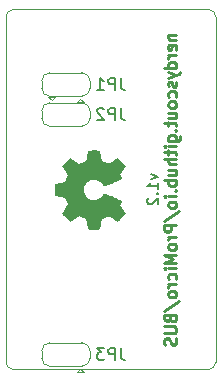
<source format=gbr>
%TF.GenerationSoftware,KiCad,Pcbnew,5.1.5+dfsg1-2~bpo10+1*%
%TF.CreationDate,Date%
%TF.ProjectId,ProMicro_BUS,50726f4d-6963-4726-9f5f-4255532e6b69,v1.2*%
%TF.SameCoordinates,Original*%
%TF.FileFunction,Legend,Bot*%
%TF.FilePolarity,Positive*%
%FSLAX45Y45*%
G04 Gerber Fmt 4.5, Leading zero omitted, Abs format (unit mm)*
G04 Created by KiCad*
%MOMM*%
%LPD*%
G04 APERTURE LIST*
%ADD10C,0.200000*%
%ADD11C,0.100000*%
%ADD12C,0.250000*%
%ADD13C,0.010000*%
%ADD14C,0.120000*%
%ADD15O,1.600000X1.600000*%
%ADD16R,1.600000X1.600000*%
%ADD17C,0.150000*%
%ADD18R,1.000000X1.500000*%
%ADD19C,2.100000*%
%ADD20R,2.100000X2.100000*%
G04 APERTURE END LIST*
D10*
X1098314Y-1268429D02*
X1158314Y-1289857D01*
X1098314Y-1311286D01*
X1158314Y-1392714D02*
X1158314Y-1341286D01*
X1158314Y-1367000D02*
X1068314Y-1367000D01*
X1081171Y-1358429D01*
X1089743Y-1349857D01*
X1094029Y-1341286D01*
X1149743Y-1431286D02*
X1154029Y-1435571D01*
X1158314Y-1431286D01*
X1154029Y-1427000D01*
X1149743Y-1431286D01*
X1158314Y-1431286D01*
X1076886Y-1469857D02*
X1072600Y-1474143D01*
X1068314Y-1482714D01*
X1068314Y-1504143D01*
X1072600Y-1512714D01*
X1076886Y-1517000D01*
X1085457Y-1521286D01*
X1094029Y-1521286D01*
X1106886Y-1517000D01*
X1158314Y-1465571D01*
X1158314Y-1521286D01*
D11*
X1651000Y63500D02*
X1651000Y-2857500D01*
X-127000Y-2857500D02*
X-127000Y63500D01*
D12*
X1248571Y-85095D02*
X1315238Y-85095D01*
X1258095Y-85095D02*
X1253333Y-89857D01*
X1248571Y-99381D01*
X1248571Y-113667D01*
X1253333Y-123190D01*
X1262857Y-127952D01*
X1315238Y-127952D01*
X1310476Y-213667D02*
X1315238Y-204143D01*
X1315238Y-185095D01*
X1310476Y-175571D01*
X1300952Y-170810D01*
X1262857Y-170810D01*
X1253333Y-175571D01*
X1248571Y-185095D01*
X1248571Y-204143D01*
X1253333Y-213667D01*
X1262857Y-218428D01*
X1272381Y-218428D01*
X1281905Y-170810D01*
X1315238Y-261286D02*
X1248571Y-261286D01*
X1267619Y-261286D02*
X1258095Y-266048D01*
X1253333Y-270810D01*
X1248571Y-280333D01*
X1248571Y-289857D01*
X1315238Y-366048D02*
X1215238Y-366048D01*
X1310476Y-366048D02*
X1315238Y-356524D01*
X1315238Y-337476D01*
X1310476Y-327952D01*
X1305714Y-323190D01*
X1296190Y-318429D01*
X1267619Y-318429D01*
X1258095Y-323190D01*
X1253333Y-327952D01*
X1248571Y-337476D01*
X1248571Y-356524D01*
X1253333Y-366048D01*
X1248571Y-404143D02*
X1315238Y-427952D01*
X1248571Y-451762D02*
X1315238Y-427952D01*
X1339048Y-418428D01*
X1343810Y-413667D01*
X1348571Y-404143D01*
X1310476Y-485095D02*
X1315238Y-494619D01*
X1315238Y-513667D01*
X1310476Y-523190D01*
X1300952Y-527952D01*
X1296190Y-527952D01*
X1286667Y-523190D01*
X1281905Y-513667D01*
X1281905Y-499381D01*
X1277143Y-489857D01*
X1267619Y-485095D01*
X1262857Y-485095D01*
X1253333Y-489857D01*
X1248571Y-499381D01*
X1248571Y-513667D01*
X1253333Y-523190D01*
X1310476Y-613667D02*
X1315238Y-604143D01*
X1315238Y-585095D01*
X1310476Y-575571D01*
X1305714Y-570810D01*
X1296190Y-566048D01*
X1267619Y-566048D01*
X1258095Y-570810D01*
X1253333Y-575571D01*
X1248571Y-585095D01*
X1248571Y-604143D01*
X1253333Y-613667D01*
X1315238Y-670810D02*
X1310476Y-661286D01*
X1305714Y-656524D01*
X1296190Y-651762D01*
X1267619Y-651762D01*
X1258095Y-656524D01*
X1253333Y-661286D01*
X1248571Y-670810D01*
X1248571Y-685095D01*
X1253333Y-694619D01*
X1258095Y-699381D01*
X1267619Y-704143D01*
X1296190Y-704143D01*
X1305714Y-699381D01*
X1310476Y-694619D01*
X1315238Y-685095D01*
X1315238Y-670810D01*
X1248571Y-789857D02*
X1315238Y-789857D01*
X1248571Y-747000D02*
X1300952Y-747000D01*
X1310476Y-751762D01*
X1315238Y-761286D01*
X1315238Y-775571D01*
X1310476Y-785095D01*
X1305714Y-789857D01*
X1248571Y-823190D02*
X1248571Y-861286D01*
X1215238Y-837476D02*
X1300952Y-837476D01*
X1310476Y-842238D01*
X1315238Y-851762D01*
X1315238Y-861286D01*
X1305714Y-894619D02*
X1310476Y-899381D01*
X1315238Y-894619D01*
X1310476Y-889857D01*
X1305714Y-894619D01*
X1315238Y-894619D01*
X1248571Y-985095D02*
X1329524Y-985095D01*
X1339048Y-980333D01*
X1343810Y-975571D01*
X1348571Y-966048D01*
X1348571Y-951762D01*
X1343810Y-942238D01*
X1310476Y-985095D02*
X1315238Y-975571D01*
X1315238Y-956524D01*
X1310476Y-947000D01*
X1305714Y-942238D01*
X1296190Y-937476D01*
X1267619Y-937476D01*
X1258095Y-942238D01*
X1253333Y-947000D01*
X1248571Y-956524D01*
X1248571Y-975571D01*
X1253333Y-985095D01*
X1315238Y-1032714D02*
X1248571Y-1032714D01*
X1215238Y-1032714D02*
X1220000Y-1027952D01*
X1224762Y-1032714D01*
X1220000Y-1037476D01*
X1215238Y-1032714D01*
X1224762Y-1032714D01*
X1248571Y-1066048D02*
X1248571Y-1104143D01*
X1215238Y-1080333D02*
X1300952Y-1080333D01*
X1310476Y-1085095D01*
X1315238Y-1094619D01*
X1315238Y-1104143D01*
X1315238Y-1137476D02*
X1215238Y-1137476D01*
X1315238Y-1180333D02*
X1262857Y-1180333D01*
X1253333Y-1175571D01*
X1248571Y-1166048D01*
X1248571Y-1151762D01*
X1253333Y-1142238D01*
X1258095Y-1137476D01*
X1248571Y-1270810D02*
X1315238Y-1270810D01*
X1248571Y-1227952D02*
X1300952Y-1227952D01*
X1310476Y-1232714D01*
X1315238Y-1242238D01*
X1315238Y-1256524D01*
X1310476Y-1266048D01*
X1305714Y-1270810D01*
X1315238Y-1318429D02*
X1215238Y-1318429D01*
X1253333Y-1318429D02*
X1248571Y-1327952D01*
X1248571Y-1347000D01*
X1253333Y-1356524D01*
X1258095Y-1361286D01*
X1267619Y-1366048D01*
X1296190Y-1366048D01*
X1305714Y-1361286D01*
X1310476Y-1356524D01*
X1315238Y-1347000D01*
X1315238Y-1327952D01*
X1310476Y-1318429D01*
X1305714Y-1408905D02*
X1310476Y-1413667D01*
X1315238Y-1408905D01*
X1310476Y-1404143D01*
X1305714Y-1408905D01*
X1315238Y-1408905D01*
X1315238Y-1456524D02*
X1248571Y-1456524D01*
X1215238Y-1456524D02*
X1220000Y-1451762D01*
X1224762Y-1456524D01*
X1220000Y-1461286D01*
X1215238Y-1456524D01*
X1224762Y-1456524D01*
X1315238Y-1518428D02*
X1310476Y-1508905D01*
X1305714Y-1504143D01*
X1296190Y-1499381D01*
X1267619Y-1499381D01*
X1258095Y-1504143D01*
X1253333Y-1508905D01*
X1248571Y-1518428D01*
X1248571Y-1532714D01*
X1253333Y-1542238D01*
X1258095Y-1547000D01*
X1267619Y-1551762D01*
X1296190Y-1551762D01*
X1305714Y-1547000D01*
X1310476Y-1542238D01*
X1315238Y-1532714D01*
X1315238Y-1518428D01*
X1210476Y-1666048D02*
X1339048Y-1580333D01*
X1315238Y-1699381D02*
X1215238Y-1699381D01*
X1215238Y-1737476D01*
X1220000Y-1747000D01*
X1224762Y-1751762D01*
X1234286Y-1756524D01*
X1248571Y-1756524D01*
X1258095Y-1751762D01*
X1262857Y-1747000D01*
X1267619Y-1737476D01*
X1267619Y-1699381D01*
X1315238Y-1799381D02*
X1248571Y-1799381D01*
X1267619Y-1799381D02*
X1258095Y-1804143D01*
X1253333Y-1808905D01*
X1248571Y-1818428D01*
X1248571Y-1827952D01*
X1315238Y-1875571D02*
X1310476Y-1866048D01*
X1305714Y-1861286D01*
X1296190Y-1856524D01*
X1267619Y-1856524D01*
X1258095Y-1861286D01*
X1253333Y-1866048D01*
X1248571Y-1875571D01*
X1248571Y-1889857D01*
X1253333Y-1899381D01*
X1258095Y-1904143D01*
X1267619Y-1908905D01*
X1296190Y-1908905D01*
X1305714Y-1904143D01*
X1310476Y-1899381D01*
X1315238Y-1889857D01*
X1315238Y-1875571D01*
X1315238Y-1951762D02*
X1215238Y-1951762D01*
X1286667Y-1985095D01*
X1215238Y-2018428D01*
X1315238Y-2018428D01*
X1315238Y-2066048D02*
X1248571Y-2066048D01*
X1215238Y-2066048D02*
X1220000Y-2061286D01*
X1224762Y-2066048D01*
X1220000Y-2070809D01*
X1215238Y-2066048D01*
X1224762Y-2066048D01*
X1310476Y-2156524D02*
X1315238Y-2147000D01*
X1315238Y-2127952D01*
X1310476Y-2118429D01*
X1305714Y-2113667D01*
X1296190Y-2108905D01*
X1267619Y-2108905D01*
X1258095Y-2113667D01*
X1253333Y-2118429D01*
X1248571Y-2127952D01*
X1248571Y-2147000D01*
X1253333Y-2156524D01*
X1315238Y-2199381D02*
X1248571Y-2199381D01*
X1267619Y-2199381D02*
X1258095Y-2204143D01*
X1253333Y-2208905D01*
X1248571Y-2218429D01*
X1248571Y-2227952D01*
X1315238Y-2275571D02*
X1310476Y-2266048D01*
X1305714Y-2261286D01*
X1296190Y-2256524D01*
X1267619Y-2256524D01*
X1258095Y-2261286D01*
X1253333Y-2266048D01*
X1248571Y-2275571D01*
X1248571Y-2289857D01*
X1253333Y-2299381D01*
X1258095Y-2304143D01*
X1267619Y-2308905D01*
X1296190Y-2308905D01*
X1305714Y-2304143D01*
X1310476Y-2299381D01*
X1315238Y-2289857D01*
X1315238Y-2275571D01*
X1210476Y-2423190D02*
X1339048Y-2337476D01*
X1262857Y-2489857D02*
X1267619Y-2504143D01*
X1272381Y-2508905D01*
X1281905Y-2513667D01*
X1296190Y-2513667D01*
X1305714Y-2508905D01*
X1310476Y-2504143D01*
X1315238Y-2494619D01*
X1315238Y-2456524D01*
X1215238Y-2456524D01*
X1215238Y-2489857D01*
X1220000Y-2499381D01*
X1224762Y-2504143D01*
X1234286Y-2508905D01*
X1243810Y-2508905D01*
X1253333Y-2504143D01*
X1258095Y-2499381D01*
X1262857Y-2489857D01*
X1262857Y-2456524D01*
X1215238Y-2556524D02*
X1296190Y-2556524D01*
X1305714Y-2561286D01*
X1310476Y-2566048D01*
X1315238Y-2575571D01*
X1315238Y-2594619D01*
X1310476Y-2604143D01*
X1305714Y-2608905D01*
X1296190Y-2613667D01*
X1215238Y-2613667D01*
X1310476Y-2656524D02*
X1315238Y-2670810D01*
X1315238Y-2694619D01*
X1310476Y-2704143D01*
X1305714Y-2708905D01*
X1296190Y-2713667D01*
X1286667Y-2713667D01*
X1277143Y-2708905D01*
X1272381Y-2704143D01*
X1267619Y-2694619D01*
X1262857Y-2675571D01*
X1258095Y-2666048D01*
X1253333Y-2661286D01*
X1243810Y-2656524D01*
X1234286Y-2656524D01*
X1224762Y-2661286D01*
X1220000Y-2666048D01*
X1215238Y-2675571D01*
X1215238Y-2699381D01*
X1220000Y-2713667D01*
D11*
X-63500Y-2921000D02*
G75*
G02X-127000Y-2857500I0J63500D01*
G01*
X1651000Y-2857500D02*
G75*
G02X1587500Y-2921000I-63500J0D01*
G01*
X1587500Y127000D02*
G75*
G02X1651000Y63500I0J-63500D01*
G01*
X-127000Y63500D02*
G75*
G02X-63500Y127000I63500J0D01*
G01*
X1587500Y-2921000D02*
X-63500Y-2921000D01*
X-63500Y127000D02*
X1587500Y127000D01*
D13*
G36*
X331093Y-1452581D02*
G01*
X375555Y-1460963D01*
X388305Y-1491892D01*
X401055Y-1522821D01*
X375825Y-1559925D01*
X368800Y-1570316D01*
X362527Y-1579709D01*
X357294Y-1587665D01*
X353386Y-1593747D01*
X351089Y-1597516D01*
X350594Y-1598542D01*
X351868Y-1600391D01*
X355388Y-1604342D01*
X360706Y-1609952D01*
X367372Y-1616779D01*
X374935Y-1624379D01*
X382947Y-1632309D01*
X390957Y-1640127D01*
X398516Y-1647391D01*
X405174Y-1653656D01*
X410482Y-1658480D01*
X413989Y-1661421D01*
X415162Y-1662124D01*
X417326Y-1661112D01*
X422066Y-1658276D01*
X428919Y-1653913D01*
X437421Y-1648322D01*
X447109Y-1641801D01*
X452635Y-1638022D01*
X462725Y-1631134D01*
X471830Y-1625014D01*
X479497Y-1619958D01*
X485273Y-1616263D01*
X488704Y-1614226D01*
X489425Y-1613920D01*
X491475Y-1614614D01*
X496251Y-1616505D01*
X503083Y-1619309D01*
X511299Y-1622739D01*
X520227Y-1626511D01*
X529196Y-1630339D01*
X537534Y-1633937D01*
X544569Y-1637021D01*
X549631Y-1639304D01*
X552047Y-1640502D01*
X552142Y-1640572D01*
X552604Y-1642453D01*
X553633Y-1647462D01*
X555129Y-1655079D01*
X556990Y-1664786D01*
X559116Y-1676064D01*
X560342Y-1682644D01*
X562636Y-1694695D01*
X564820Y-1705580D01*
X566772Y-1714748D01*
X568375Y-1721648D01*
X569508Y-1725730D01*
X569867Y-1726551D01*
X572301Y-1727355D01*
X577796Y-1728003D01*
X585711Y-1728497D01*
X595403Y-1728836D01*
X606229Y-1729022D01*
X617547Y-1729054D01*
X628714Y-1728933D01*
X639087Y-1728659D01*
X648024Y-1728233D01*
X654883Y-1727655D01*
X659020Y-1726927D01*
X659881Y-1726489D01*
X660913Y-1723876D01*
X662389Y-1718339D01*
X664135Y-1710611D01*
X665978Y-1701423D01*
X666574Y-1698216D01*
X669407Y-1682752D01*
X671688Y-1670537D01*
X673508Y-1661167D01*
X674958Y-1654238D01*
X676129Y-1649347D01*
X677112Y-1646090D01*
X677996Y-1644063D01*
X678872Y-1642863D01*
X679046Y-1642695D01*
X681837Y-1641018D01*
X687270Y-1638461D01*
X694678Y-1635279D01*
X703396Y-1631726D01*
X712761Y-1628058D01*
X722105Y-1624531D01*
X730765Y-1621400D01*
X738074Y-1618919D01*
X743368Y-1617345D01*
X745981Y-1616933D01*
X746073Y-1616968D01*
X748209Y-1618364D01*
X752908Y-1621532D01*
X759683Y-1626139D01*
X768042Y-1631852D01*
X777498Y-1638337D01*
X780185Y-1640184D01*
X789927Y-1646770D01*
X798816Y-1652565D01*
X806341Y-1657254D01*
X811992Y-1660521D01*
X815258Y-1662050D01*
X815659Y-1662124D01*
X817768Y-1660839D01*
X821946Y-1657289D01*
X827744Y-1651929D01*
X834713Y-1645217D01*
X842404Y-1637609D01*
X850368Y-1629560D01*
X858156Y-1621529D01*
X865319Y-1613970D01*
X871407Y-1607340D01*
X875972Y-1602097D01*
X878565Y-1598695D01*
X878988Y-1597754D01*
X877991Y-1595564D01*
X875302Y-1591080D01*
X871374Y-1585032D01*
X868212Y-1580379D01*
X862410Y-1571947D01*
X855578Y-1561963D01*
X848758Y-1551947D01*
X845107Y-1546563D01*
X832780Y-1528337D01*
X841052Y-1513038D01*
X844676Y-1506068D01*
X847493Y-1500141D01*
X849099Y-1496131D01*
X849323Y-1495110D01*
X847672Y-1493883D01*
X843008Y-1491461D01*
X835761Y-1488026D01*
X826361Y-1483759D01*
X815237Y-1478839D01*
X802821Y-1473449D01*
X789543Y-1467768D01*
X775833Y-1461978D01*
X762120Y-1456259D01*
X748836Y-1450792D01*
X736410Y-1445758D01*
X725272Y-1441338D01*
X715854Y-1437712D01*
X708584Y-1435061D01*
X703894Y-1433566D01*
X702283Y-1433325D01*
X700229Y-1435231D01*
X696893Y-1439404D01*
X692970Y-1444971D01*
X692660Y-1445438D01*
X681142Y-1459826D01*
X667705Y-1471428D01*
X652778Y-1480143D01*
X636791Y-1485870D01*
X620174Y-1488509D01*
X603355Y-1487958D01*
X586766Y-1484119D01*
X570834Y-1476889D01*
X567349Y-1474763D01*
X553274Y-1463700D01*
X541971Y-1450630D01*
X533500Y-1436006D01*
X527919Y-1420281D01*
X525287Y-1403906D01*
X525663Y-1387333D01*
X529105Y-1371016D01*
X535672Y-1355407D01*
X545424Y-1340957D01*
X549381Y-1336487D01*
X561770Y-1325111D01*
X574812Y-1316822D01*
X589432Y-1311136D01*
X603909Y-1307969D01*
X620186Y-1307187D01*
X636544Y-1309794D01*
X652430Y-1315525D01*
X667291Y-1324114D01*
X680574Y-1335299D01*
X691726Y-1348812D01*
X692901Y-1350588D01*
X696751Y-1356215D01*
X700086Y-1360492D01*
X702216Y-1362537D01*
X702283Y-1362567D01*
X704587Y-1362128D01*
X709816Y-1360388D01*
X717539Y-1357527D01*
X727327Y-1353727D01*
X738749Y-1349167D01*
X751376Y-1344030D01*
X764777Y-1338496D01*
X778522Y-1332746D01*
X792181Y-1326960D01*
X805324Y-1321320D01*
X817520Y-1316006D01*
X828341Y-1311199D01*
X837355Y-1307080D01*
X844132Y-1303830D01*
X848243Y-1301630D01*
X849323Y-1300744D01*
X848482Y-1298036D01*
X846227Y-1292970D01*
X842961Y-1286418D01*
X841052Y-1282816D01*
X832780Y-1267517D01*
X845107Y-1249291D01*
X851423Y-1239988D01*
X858373Y-1229802D01*
X864916Y-1220256D01*
X868212Y-1215475D01*
X872727Y-1208751D01*
X876306Y-1203056D01*
X878494Y-1199135D01*
X878956Y-1197862D01*
X877708Y-1196008D01*
X874225Y-1191906D01*
X868868Y-1185953D01*
X861998Y-1178546D01*
X853978Y-1170084D01*
X848829Y-1164732D01*
X839629Y-1155368D01*
X831400Y-1147276D01*
X824494Y-1140782D01*
X819264Y-1136214D01*
X816062Y-1133899D01*
X815412Y-1133677D01*
X812939Y-1134708D01*
X807940Y-1137556D01*
X800921Y-1141906D01*
X792387Y-1147442D01*
X782846Y-1153848D01*
X780185Y-1155670D01*
X770517Y-1162307D01*
X761812Y-1168262D01*
X754559Y-1173202D01*
X749249Y-1176793D01*
X746370Y-1178702D01*
X746073Y-1178886D01*
X743778Y-1178611D01*
X738734Y-1177146D01*
X731604Y-1174749D01*
X723055Y-1171673D01*
X713751Y-1168176D01*
X704357Y-1164511D01*
X695540Y-1160934D01*
X687963Y-1157701D01*
X682293Y-1155066D01*
X679194Y-1153286D01*
X679046Y-1153159D01*
X678160Y-1152071D01*
X677284Y-1150232D01*
X676328Y-1147239D01*
X675200Y-1142690D01*
X673809Y-1136179D01*
X672066Y-1127304D01*
X669880Y-1115661D01*
X667159Y-1100846D01*
X666574Y-1097638D01*
X664737Y-1088131D01*
X662941Y-1079844D01*
X661357Y-1073507D01*
X660160Y-1069854D01*
X659881Y-1069364D01*
X657407Y-1068557D01*
X651879Y-1067901D01*
X643939Y-1067397D01*
X634230Y-1067044D01*
X623394Y-1066844D01*
X612074Y-1066796D01*
X600913Y-1066902D01*
X590553Y-1067162D01*
X581637Y-1067575D01*
X574807Y-1068144D01*
X570707Y-1068867D01*
X569867Y-1069303D01*
X569021Y-1071730D01*
X567644Y-1077257D01*
X565855Y-1085334D01*
X563775Y-1095409D01*
X561522Y-1106932D01*
X560342Y-1113210D01*
X558115Y-1125121D01*
X556098Y-1135744D01*
X554392Y-1144557D01*
X553097Y-1151043D01*
X552316Y-1154683D01*
X552142Y-1155282D01*
X550189Y-1156294D01*
X545484Y-1158434D01*
X538700Y-1161416D01*
X530509Y-1164956D01*
X521583Y-1168767D01*
X512593Y-1172565D01*
X504213Y-1176064D01*
X497115Y-1178979D01*
X491969Y-1181026D01*
X489450Y-1181918D01*
X489340Y-1181934D01*
X487352Y-1180923D01*
X482778Y-1178088D01*
X476072Y-1173728D01*
X467688Y-1168139D01*
X458083Y-1161621D01*
X452565Y-1157832D01*
X442448Y-1150928D01*
X433263Y-1144795D01*
X425474Y-1139734D01*
X419547Y-1136043D01*
X415945Y-1134022D01*
X415138Y-1133730D01*
X413258Y-1134985D01*
X409246Y-1138454D01*
X403549Y-1143694D01*
X396618Y-1150262D01*
X388903Y-1157714D01*
X380852Y-1165609D01*
X372916Y-1173502D01*
X365544Y-1180950D01*
X359185Y-1187511D01*
X354289Y-1192740D01*
X351306Y-1196196D01*
X350594Y-1197352D01*
X351595Y-1199235D01*
X354408Y-1203737D01*
X358745Y-1210421D01*
X364322Y-1218850D01*
X370851Y-1228586D01*
X375825Y-1235929D01*
X401055Y-1273033D01*
X375555Y-1334891D01*
X331093Y-1343273D01*
X286631Y-1351655D01*
X286631Y-1444199D01*
X331093Y-1452581D01*
G37*
X331093Y-1452581D02*
X375555Y-1460963D01*
X388305Y-1491892D01*
X401055Y-1522821D01*
X375825Y-1559925D01*
X368800Y-1570316D01*
X362527Y-1579709D01*
X357294Y-1587665D01*
X353386Y-1593747D01*
X351089Y-1597516D01*
X350594Y-1598542D01*
X351868Y-1600391D01*
X355388Y-1604342D01*
X360706Y-1609952D01*
X367372Y-1616779D01*
X374935Y-1624379D01*
X382947Y-1632309D01*
X390957Y-1640127D01*
X398516Y-1647391D01*
X405174Y-1653656D01*
X410482Y-1658480D01*
X413989Y-1661421D01*
X415162Y-1662124D01*
X417326Y-1661112D01*
X422066Y-1658276D01*
X428919Y-1653913D01*
X437421Y-1648322D01*
X447109Y-1641801D01*
X452635Y-1638022D01*
X462725Y-1631134D01*
X471830Y-1625014D01*
X479497Y-1619958D01*
X485273Y-1616263D01*
X488704Y-1614226D01*
X489425Y-1613920D01*
X491475Y-1614614D01*
X496251Y-1616505D01*
X503083Y-1619309D01*
X511299Y-1622739D01*
X520227Y-1626511D01*
X529196Y-1630339D01*
X537534Y-1633937D01*
X544569Y-1637021D01*
X549631Y-1639304D01*
X552047Y-1640502D01*
X552142Y-1640572D01*
X552604Y-1642453D01*
X553633Y-1647462D01*
X555129Y-1655079D01*
X556990Y-1664786D01*
X559116Y-1676064D01*
X560342Y-1682644D01*
X562636Y-1694695D01*
X564820Y-1705580D01*
X566772Y-1714748D01*
X568375Y-1721648D01*
X569508Y-1725730D01*
X569867Y-1726551D01*
X572301Y-1727355D01*
X577796Y-1728003D01*
X585711Y-1728497D01*
X595403Y-1728836D01*
X606229Y-1729022D01*
X617547Y-1729054D01*
X628714Y-1728933D01*
X639087Y-1728659D01*
X648024Y-1728233D01*
X654883Y-1727655D01*
X659020Y-1726927D01*
X659881Y-1726489D01*
X660913Y-1723876D01*
X662389Y-1718339D01*
X664135Y-1710611D01*
X665978Y-1701423D01*
X666574Y-1698216D01*
X669407Y-1682752D01*
X671688Y-1670537D01*
X673508Y-1661167D01*
X674958Y-1654238D01*
X676129Y-1649347D01*
X677112Y-1646090D01*
X677996Y-1644063D01*
X678872Y-1642863D01*
X679046Y-1642695D01*
X681837Y-1641018D01*
X687270Y-1638461D01*
X694678Y-1635279D01*
X703396Y-1631726D01*
X712761Y-1628058D01*
X722105Y-1624531D01*
X730765Y-1621400D01*
X738074Y-1618919D01*
X743368Y-1617345D01*
X745981Y-1616933D01*
X746073Y-1616968D01*
X748209Y-1618364D01*
X752908Y-1621532D01*
X759683Y-1626139D01*
X768042Y-1631852D01*
X777498Y-1638337D01*
X780185Y-1640184D01*
X789927Y-1646770D01*
X798816Y-1652565D01*
X806341Y-1657254D01*
X811992Y-1660521D01*
X815258Y-1662050D01*
X815659Y-1662124D01*
X817768Y-1660839D01*
X821946Y-1657289D01*
X827744Y-1651929D01*
X834713Y-1645217D01*
X842404Y-1637609D01*
X850368Y-1629560D01*
X858156Y-1621529D01*
X865319Y-1613970D01*
X871407Y-1607340D01*
X875972Y-1602097D01*
X878565Y-1598695D01*
X878988Y-1597754D01*
X877991Y-1595564D01*
X875302Y-1591080D01*
X871374Y-1585032D01*
X868212Y-1580379D01*
X862410Y-1571947D01*
X855578Y-1561963D01*
X848758Y-1551947D01*
X845107Y-1546563D01*
X832780Y-1528337D01*
X841052Y-1513038D01*
X844676Y-1506068D01*
X847493Y-1500141D01*
X849099Y-1496131D01*
X849323Y-1495110D01*
X847672Y-1493883D01*
X843008Y-1491461D01*
X835761Y-1488026D01*
X826361Y-1483759D01*
X815237Y-1478839D01*
X802821Y-1473449D01*
X789543Y-1467768D01*
X775833Y-1461978D01*
X762120Y-1456259D01*
X748836Y-1450792D01*
X736410Y-1445758D01*
X725272Y-1441338D01*
X715854Y-1437712D01*
X708584Y-1435061D01*
X703894Y-1433566D01*
X702283Y-1433325D01*
X700229Y-1435231D01*
X696893Y-1439404D01*
X692970Y-1444971D01*
X692660Y-1445438D01*
X681142Y-1459826D01*
X667705Y-1471428D01*
X652778Y-1480143D01*
X636791Y-1485870D01*
X620174Y-1488509D01*
X603355Y-1487958D01*
X586766Y-1484119D01*
X570834Y-1476889D01*
X567349Y-1474763D01*
X553274Y-1463700D01*
X541971Y-1450630D01*
X533500Y-1436006D01*
X527919Y-1420281D01*
X525287Y-1403906D01*
X525663Y-1387333D01*
X529105Y-1371016D01*
X535672Y-1355407D01*
X545424Y-1340957D01*
X549381Y-1336487D01*
X561770Y-1325111D01*
X574812Y-1316822D01*
X589432Y-1311136D01*
X603909Y-1307969D01*
X620186Y-1307187D01*
X636544Y-1309794D01*
X652430Y-1315525D01*
X667291Y-1324114D01*
X680574Y-1335299D01*
X691726Y-1348812D01*
X692901Y-1350588D01*
X696751Y-1356215D01*
X700086Y-1360492D01*
X702216Y-1362537D01*
X702283Y-1362567D01*
X704587Y-1362128D01*
X709816Y-1360388D01*
X717539Y-1357527D01*
X727327Y-1353727D01*
X738749Y-1349167D01*
X751376Y-1344030D01*
X764777Y-1338496D01*
X778522Y-1332746D01*
X792181Y-1326960D01*
X805324Y-1321320D01*
X817520Y-1316006D01*
X828341Y-1311199D01*
X837355Y-1307080D01*
X844132Y-1303830D01*
X848243Y-1301630D01*
X849323Y-1300744D01*
X848482Y-1298036D01*
X846227Y-1292970D01*
X842961Y-1286418D01*
X841052Y-1282816D01*
X832780Y-1267517D01*
X845107Y-1249291D01*
X851423Y-1239988D01*
X858373Y-1229802D01*
X864916Y-1220256D01*
X868212Y-1215475D01*
X872727Y-1208751D01*
X876306Y-1203056D01*
X878494Y-1199135D01*
X878956Y-1197862D01*
X877708Y-1196008D01*
X874225Y-1191906D01*
X868868Y-1185953D01*
X861998Y-1178546D01*
X853978Y-1170084D01*
X848829Y-1164732D01*
X839629Y-1155368D01*
X831400Y-1147276D01*
X824494Y-1140782D01*
X819264Y-1136214D01*
X816062Y-1133899D01*
X815412Y-1133677D01*
X812939Y-1134708D01*
X807940Y-1137556D01*
X800921Y-1141906D01*
X792387Y-1147442D01*
X782846Y-1153848D01*
X780185Y-1155670D01*
X770517Y-1162307D01*
X761812Y-1168262D01*
X754559Y-1173202D01*
X749249Y-1176793D01*
X746370Y-1178702D01*
X746073Y-1178886D01*
X743778Y-1178611D01*
X738734Y-1177146D01*
X731604Y-1174749D01*
X723055Y-1171673D01*
X713751Y-1168176D01*
X704357Y-1164511D01*
X695540Y-1160934D01*
X687963Y-1157701D01*
X682293Y-1155066D01*
X679194Y-1153286D01*
X679046Y-1153159D01*
X678160Y-1152071D01*
X677284Y-1150232D01*
X676328Y-1147239D01*
X675200Y-1142690D01*
X673809Y-1136179D01*
X672066Y-1127304D01*
X669880Y-1115661D01*
X667159Y-1100846D01*
X666574Y-1097638D01*
X664737Y-1088131D01*
X662941Y-1079844D01*
X661357Y-1073507D01*
X660160Y-1069854D01*
X659881Y-1069364D01*
X657407Y-1068557D01*
X651879Y-1067901D01*
X643939Y-1067397D01*
X634230Y-1067044D01*
X623394Y-1066844D01*
X612074Y-1066796D01*
X600913Y-1066902D01*
X590553Y-1067162D01*
X581637Y-1067575D01*
X574807Y-1068144D01*
X570707Y-1068867D01*
X569867Y-1069303D01*
X569021Y-1071730D01*
X567644Y-1077257D01*
X565855Y-1085334D01*
X563775Y-1095409D01*
X561522Y-1106932D01*
X560342Y-1113210D01*
X558115Y-1125121D01*
X556098Y-1135744D01*
X554392Y-1144557D01*
X553097Y-1151043D01*
X552316Y-1154683D01*
X552142Y-1155282D01*
X550189Y-1156294D01*
X545484Y-1158434D01*
X538700Y-1161416D01*
X530509Y-1164956D01*
X521583Y-1168767D01*
X512593Y-1172565D01*
X504213Y-1176064D01*
X497115Y-1178979D01*
X491969Y-1181026D01*
X489450Y-1181918D01*
X489340Y-1181934D01*
X487352Y-1180923D01*
X482778Y-1178088D01*
X476072Y-1173728D01*
X467688Y-1168139D01*
X458083Y-1161621D01*
X452565Y-1157832D01*
X442448Y-1150928D01*
X433263Y-1144795D01*
X425474Y-1139734D01*
X419547Y-1136043D01*
X415945Y-1134022D01*
X415138Y-1133730D01*
X413258Y-1134985D01*
X409246Y-1138454D01*
X403549Y-1143694D01*
X396618Y-1150262D01*
X388903Y-1157714D01*
X380852Y-1165609D01*
X372916Y-1173502D01*
X365544Y-1180950D01*
X359185Y-1187511D01*
X354289Y-1192740D01*
X351306Y-1196196D01*
X350594Y-1197352D01*
X351595Y-1199235D01*
X354408Y-1203737D01*
X358745Y-1210421D01*
X364322Y-1218850D01*
X370851Y-1228586D01*
X375825Y-1235929D01*
X401055Y-1273033D01*
X375555Y-1334891D01*
X331093Y-1343273D01*
X286631Y-1351655D01*
X286631Y-1444199D01*
X331093Y-1452581D01*
D14*
X586000Y-2764000D02*
G75*
G03X516000Y-2694000I-70000J0D01*
G01*
X516000Y-2894000D02*
G75*
G03X586000Y-2824000I0J70000D01*
G01*
X176000Y-2824000D02*
G75*
G03X246000Y-2894000I70000J0D01*
G01*
X246000Y-2694000D02*
G75*
G03X176000Y-2764000I0J-70000D01*
G01*
X521000Y-2694000D02*
X241000Y-2694000D01*
X176000Y-2764000D02*
X176000Y-2824000D01*
X241000Y-2894000D02*
X521000Y-2894000D01*
X586000Y-2824000D02*
X586000Y-2764000D01*
X501000Y-2914000D02*
X531000Y-2944000D01*
X531000Y-2944000D02*
X471000Y-2944000D01*
X501000Y-2914000D02*
X471000Y-2944000D01*
X176000Y-792000D02*
G75*
G03X246000Y-862000I70000J0D01*
G01*
X246000Y-662000D02*
G75*
G03X176000Y-732000I0J-70000D01*
G01*
X586000Y-732000D02*
G75*
G03X516000Y-662000I-70000J0D01*
G01*
X516000Y-862000D02*
G75*
G03X586000Y-792000I0J70000D01*
G01*
X241000Y-862000D02*
X521000Y-862000D01*
X586000Y-792000D02*
X586000Y-732000D01*
X521000Y-662000D02*
X241000Y-662000D01*
X176000Y-732000D02*
X176000Y-792000D01*
X261000Y-642000D02*
X231000Y-612000D01*
X231000Y-612000D02*
X291000Y-612000D01*
X261000Y-642000D02*
X291000Y-612000D01*
X586000Y-478000D02*
G75*
G03X516000Y-408000I-70000J0D01*
G01*
X516000Y-608000D02*
G75*
G03X586000Y-538000I0J70000D01*
G01*
X176000Y-538000D02*
G75*
G03X246000Y-608000I70000J0D01*
G01*
X246000Y-408000D02*
G75*
G03X176000Y-478000I0J-70000D01*
G01*
X521000Y-408000D02*
X241000Y-408000D01*
X176000Y-478000D02*
X176000Y-538000D01*
X241000Y-608000D02*
X521000Y-608000D01*
X586000Y-538000D02*
X586000Y-478000D01*
X501000Y-628000D02*
X531000Y-658000D01*
X531000Y-658000D02*
X471000Y-658000D01*
X501000Y-628000D02*
X471000Y-658000D01*
D10*
X845333Y-2739238D02*
X845333Y-2810667D01*
X850095Y-2824952D01*
X859619Y-2834476D01*
X873905Y-2839238D01*
X883428Y-2839238D01*
X797714Y-2839238D02*
X797714Y-2739238D01*
X759619Y-2739238D01*
X750095Y-2744000D01*
X745333Y-2748762D01*
X740571Y-2758286D01*
X740571Y-2772571D01*
X745333Y-2782095D01*
X750095Y-2786857D01*
X759619Y-2791619D01*
X797714Y-2791619D01*
X707238Y-2739238D02*
X645333Y-2739238D01*
X678667Y-2777333D01*
X664381Y-2777333D01*
X654857Y-2782095D01*
X650095Y-2786857D01*
X645333Y-2796381D01*
X645333Y-2820190D01*
X650095Y-2829714D01*
X654857Y-2834476D01*
X664381Y-2839238D01*
X692952Y-2839238D01*
X702476Y-2834476D01*
X707238Y-2829714D01*
X845333Y-707238D02*
X845333Y-778667D01*
X850095Y-792952D01*
X859619Y-802476D01*
X873905Y-807238D01*
X883428Y-807238D01*
X797714Y-807238D02*
X797714Y-707238D01*
X759619Y-707238D01*
X750095Y-712000D01*
X745333Y-716762D01*
X740571Y-726286D01*
X740571Y-740571D01*
X745333Y-750095D01*
X750095Y-754857D01*
X759619Y-759619D01*
X797714Y-759619D01*
X702476Y-716762D02*
X697714Y-712000D01*
X688190Y-707238D01*
X664381Y-707238D01*
X654857Y-712000D01*
X650095Y-716762D01*
X645333Y-726286D01*
X645333Y-735809D01*
X650095Y-750095D01*
X707238Y-807238D01*
X645333Y-807238D01*
X845333Y-453238D02*
X845333Y-524667D01*
X850095Y-538952D01*
X859619Y-548476D01*
X873905Y-553238D01*
X883428Y-553238D01*
X797714Y-553238D02*
X797714Y-453238D01*
X759619Y-453238D01*
X750095Y-458000D01*
X745333Y-462762D01*
X740571Y-472286D01*
X740571Y-486571D01*
X745333Y-496095D01*
X750095Y-500857D01*
X759619Y-505619D01*
X797714Y-505619D01*
X645333Y-553238D02*
X702476Y-553238D01*
X673905Y-553238D02*
X673905Y-453238D01*
X683429Y-467524D01*
X692952Y-477048D01*
X702476Y-481809D01*
%LPC*%
D15*
X1524000Y0D03*
X1524000Y-254000D03*
X1524000Y-508000D03*
X0Y-2794000D03*
X1524000Y-762000D03*
X0Y-2540000D03*
X1524000Y-1016000D03*
X0Y-2286000D03*
X1524000Y-1270000D03*
X0Y-2032000D03*
X1524000Y-1524000D03*
X0Y-1778000D03*
X1524000Y-1778000D03*
X0Y-1524000D03*
X1524000Y-2032000D03*
X0Y-1270000D03*
X1524000Y-2286000D03*
X0Y-1016000D03*
X1524000Y-2540000D03*
X0Y-762000D03*
X1524000Y-2794000D03*
X0Y-508000D03*
X0Y-254000D03*
D16*
X0Y0D03*
D17*
G36*
X456000Y-2719000D02*
G01*
X511000Y-2719000D01*
X511000Y-2719060D01*
X513453Y-2719060D01*
X518336Y-2719541D01*
X523149Y-2720498D01*
X527845Y-2721923D01*
X532378Y-2723801D01*
X536705Y-2726114D01*
X540785Y-2728840D01*
X544578Y-2731952D01*
X548048Y-2735422D01*
X551160Y-2739215D01*
X553886Y-2743295D01*
X556200Y-2747622D01*
X558077Y-2752156D01*
X559502Y-2756851D01*
X560459Y-2761664D01*
X560940Y-2766547D01*
X560940Y-2769000D01*
X561000Y-2769000D01*
X561000Y-2819000D01*
X560940Y-2819000D01*
X560940Y-2821453D01*
X560459Y-2826336D01*
X559502Y-2831149D01*
X558077Y-2835844D01*
X556200Y-2840378D01*
X553886Y-2844705D01*
X551160Y-2848785D01*
X548048Y-2852578D01*
X544578Y-2856048D01*
X540785Y-2859160D01*
X536705Y-2861886D01*
X532378Y-2864199D01*
X527845Y-2866077D01*
X523149Y-2867502D01*
X518336Y-2868459D01*
X513453Y-2868940D01*
X511000Y-2868940D01*
X511000Y-2869000D01*
X456000Y-2869000D01*
X456000Y-2719000D01*
G37*
D18*
X381000Y-2794000D03*
D17*
G36*
X251000Y-2868940D02*
G01*
X248547Y-2868940D01*
X243663Y-2868459D01*
X238851Y-2867502D01*
X234155Y-2866077D01*
X229622Y-2864199D01*
X225295Y-2861886D01*
X221215Y-2859160D01*
X217422Y-2856048D01*
X213952Y-2852578D01*
X210840Y-2848785D01*
X208114Y-2844705D01*
X205800Y-2840378D01*
X203923Y-2835844D01*
X202498Y-2831149D01*
X201541Y-2826336D01*
X201060Y-2821453D01*
X201060Y-2819000D01*
X201000Y-2819000D01*
X201000Y-2769000D01*
X201060Y-2769000D01*
X201060Y-2766547D01*
X201541Y-2761664D01*
X202498Y-2756851D01*
X203923Y-2752156D01*
X205800Y-2747622D01*
X208114Y-2743295D01*
X210840Y-2739215D01*
X213952Y-2735422D01*
X217422Y-2731952D01*
X221215Y-2728840D01*
X225295Y-2726114D01*
X229622Y-2723801D01*
X234155Y-2721923D01*
X238851Y-2720498D01*
X243663Y-2719541D01*
X248547Y-2719060D01*
X251000Y-2719060D01*
X251000Y-2719000D01*
X306000Y-2719000D01*
X306000Y-2869000D01*
X251000Y-2869000D01*
X251000Y-2868940D01*
G37*
G36*
X306000Y-837000D02*
G01*
X251000Y-837000D01*
X251000Y-836940D01*
X248547Y-836940D01*
X243663Y-836459D01*
X238851Y-835502D01*
X234155Y-834077D01*
X229622Y-832199D01*
X225295Y-829886D01*
X221215Y-827160D01*
X217422Y-824048D01*
X213952Y-820578D01*
X210840Y-816785D01*
X208114Y-812705D01*
X205800Y-808378D01*
X203923Y-803844D01*
X202498Y-799149D01*
X201541Y-794336D01*
X201060Y-789453D01*
X201060Y-787000D01*
X201000Y-787000D01*
X201000Y-737000D01*
X201060Y-737000D01*
X201060Y-734547D01*
X201541Y-729663D01*
X202498Y-724851D01*
X203923Y-720155D01*
X205800Y-715622D01*
X208114Y-711295D01*
X210840Y-707215D01*
X213952Y-703422D01*
X217422Y-699952D01*
X221215Y-696840D01*
X225295Y-694114D01*
X229622Y-691801D01*
X234155Y-689923D01*
X238851Y-688498D01*
X243663Y-687541D01*
X248547Y-687060D01*
X251000Y-687060D01*
X251000Y-687000D01*
X306000Y-687000D01*
X306000Y-837000D01*
G37*
D18*
X381000Y-762000D03*
D17*
G36*
X511000Y-687060D02*
G01*
X513453Y-687060D01*
X518336Y-687541D01*
X523149Y-688498D01*
X527845Y-689923D01*
X532378Y-691801D01*
X536705Y-694114D01*
X540785Y-696840D01*
X544578Y-699952D01*
X548048Y-703422D01*
X551160Y-707215D01*
X553886Y-711295D01*
X556200Y-715622D01*
X558077Y-720155D01*
X559502Y-724851D01*
X560459Y-729663D01*
X560940Y-734547D01*
X560940Y-737000D01*
X561000Y-737000D01*
X561000Y-787000D01*
X560940Y-787000D01*
X560940Y-789453D01*
X560459Y-794336D01*
X559502Y-799149D01*
X558077Y-803844D01*
X556200Y-808378D01*
X553886Y-812705D01*
X551160Y-816785D01*
X548048Y-820578D01*
X544578Y-824048D01*
X540785Y-827160D01*
X536705Y-829886D01*
X532378Y-832199D01*
X527845Y-834077D01*
X523149Y-835502D01*
X518336Y-836459D01*
X513453Y-836940D01*
X511000Y-836940D01*
X511000Y-837000D01*
X456000Y-837000D01*
X456000Y-687000D01*
X511000Y-687000D01*
X511000Y-687060D01*
G37*
G36*
X456000Y-433000D02*
G01*
X511000Y-433000D01*
X511000Y-433060D01*
X513453Y-433060D01*
X518336Y-433541D01*
X523149Y-434498D01*
X527845Y-435923D01*
X532378Y-437800D01*
X536705Y-440114D01*
X540785Y-442840D01*
X544578Y-445952D01*
X548048Y-449422D01*
X551160Y-453215D01*
X553886Y-457295D01*
X556200Y-461622D01*
X558077Y-466155D01*
X559502Y-470851D01*
X560459Y-475663D01*
X560940Y-480547D01*
X560940Y-483000D01*
X561000Y-483000D01*
X561000Y-533000D01*
X560940Y-533000D01*
X560940Y-535453D01*
X560459Y-540337D01*
X559502Y-545149D01*
X558077Y-549845D01*
X556200Y-554378D01*
X553886Y-558705D01*
X551160Y-562785D01*
X548048Y-566578D01*
X544578Y-570048D01*
X540785Y-573160D01*
X536705Y-575886D01*
X532378Y-578200D01*
X527845Y-580077D01*
X523149Y-581502D01*
X518336Y-582459D01*
X513453Y-582940D01*
X511000Y-582940D01*
X511000Y-583000D01*
X456000Y-583000D01*
X456000Y-433000D01*
G37*
D18*
X381000Y-508000D03*
D17*
G36*
X251000Y-582940D02*
G01*
X248547Y-582940D01*
X243663Y-582459D01*
X238851Y-581502D01*
X234155Y-580077D01*
X229622Y-578200D01*
X225295Y-575886D01*
X221215Y-573160D01*
X217422Y-570048D01*
X213952Y-566578D01*
X210840Y-562785D01*
X208114Y-558705D01*
X205800Y-554378D01*
X203923Y-549845D01*
X202498Y-545149D01*
X201541Y-540337D01*
X201060Y-535453D01*
X201060Y-533000D01*
X201000Y-533000D01*
X201000Y-483000D01*
X201060Y-483000D01*
X201060Y-480547D01*
X201541Y-475663D01*
X202498Y-470851D01*
X203923Y-466155D01*
X205800Y-461622D01*
X208114Y-457295D01*
X210840Y-453215D01*
X213952Y-449422D01*
X217422Y-445952D01*
X221215Y-442840D01*
X225295Y-440114D01*
X229622Y-437800D01*
X234155Y-435923D01*
X238851Y-434498D01*
X243663Y-433541D01*
X248547Y-433060D01*
X251000Y-433060D01*
X251000Y-433000D01*
X306000Y-433000D01*
X306000Y-583000D01*
X251000Y-583000D01*
X251000Y-582940D01*
G37*
D19*
X1016000Y-254000D03*
X762000Y-254000D03*
D20*
X508000Y-254000D03*
M02*

</source>
